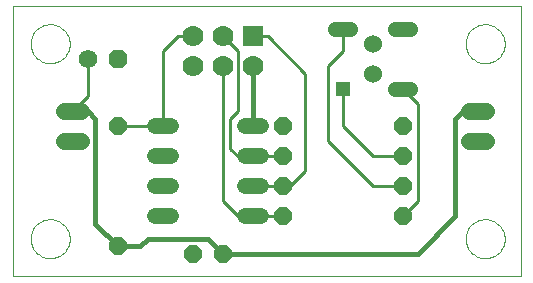
<source format=gtl>
G75*
G70*
%OFA0B0*%
%FSLAX24Y24*%
%IPPOS*%
%LPD*%
%AMOC8*
5,1,8,0,0,1.08239X$1,22.5*
%
%ADD10C,0.0000*%
%ADD11C,0.0520*%
%ADD12C,0.0560*%
%ADD13R,0.0515X0.0515*%
%ADD14C,0.0515*%
%ADD15C,0.0600*%
%ADD16OC8,0.0620*%
%ADD17C,0.0620*%
%ADD18R,0.0700X0.0700*%
%ADD19C,0.0700*%
%ADD20OC8,0.0600*%
%ADD21C,0.0100*%
%ADD22C,0.0160*%
D10*
X000151Y000153D02*
X000153Y009149D01*
X017086Y009149D01*
X017086Y000153D01*
X000151Y000153D01*
X000751Y001401D02*
X000753Y001451D01*
X000759Y001501D01*
X000769Y001551D01*
X000782Y001599D01*
X000799Y001647D01*
X000820Y001693D01*
X000844Y001737D01*
X000872Y001779D01*
X000903Y001819D01*
X000937Y001856D01*
X000974Y001891D01*
X001013Y001922D01*
X001054Y001951D01*
X001098Y001976D01*
X001144Y001998D01*
X001191Y002016D01*
X001239Y002030D01*
X001288Y002041D01*
X001338Y002048D01*
X001388Y002051D01*
X001439Y002050D01*
X001489Y002045D01*
X001539Y002036D01*
X001587Y002024D01*
X001635Y002007D01*
X001681Y001987D01*
X001726Y001964D01*
X001769Y001937D01*
X001809Y001907D01*
X001847Y001874D01*
X001882Y001838D01*
X001915Y001799D01*
X001944Y001758D01*
X001970Y001715D01*
X001993Y001670D01*
X002012Y001623D01*
X002027Y001575D01*
X002039Y001526D01*
X002047Y001476D01*
X002051Y001426D01*
X002051Y001376D01*
X002047Y001326D01*
X002039Y001276D01*
X002027Y001227D01*
X002012Y001179D01*
X001993Y001132D01*
X001970Y001087D01*
X001944Y001044D01*
X001915Y001003D01*
X001882Y000964D01*
X001847Y000928D01*
X001809Y000895D01*
X001769Y000865D01*
X001726Y000838D01*
X001681Y000815D01*
X001635Y000795D01*
X001587Y000778D01*
X001539Y000766D01*
X001489Y000757D01*
X001439Y000752D01*
X001388Y000751D01*
X001338Y000754D01*
X001288Y000761D01*
X001239Y000772D01*
X001191Y000786D01*
X001144Y000804D01*
X001098Y000826D01*
X001054Y000851D01*
X001013Y000880D01*
X000974Y000911D01*
X000937Y000946D01*
X000903Y000983D01*
X000872Y001023D01*
X000844Y001065D01*
X000820Y001109D01*
X000799Y001155D01*
X000782Y001203D01*
X000769Y001251D01*
X000759Y001301D01*
X000753Y001351D01*
X000751Y001401D01*
X000751Y007901D02*
X000753Y007951D01*
X000759Y008001D01*
X000769Y008051D01*
X000782Y008099D01*
X000799Y008147D01*
X000820Y008193D01*
X000844Y008237D01*
X000872Y008279D01*
X000903Y008319D01*
X000937Y008356D01*
X000974Y008391D01*
X001013Y008422D01*
X001054Y008451D01*
X001098Y008476D01*
X001144Y008498D01*
X001191Y008516D01*
X001239Y008530D01*
X001288Y008541D01*
X001338Y008548D01*
X001388Y008551D01*
X001439Y008550D01*
X001489Y008545D01*
X001539Y008536D01*
X001587Y008524D01*
X001635Y008507D01*
X001681Y008487D01*
X001726Y008464D01*
X001769Y008437D01*
X001809Y008407D01*
X001847Y008374D01*
X001882Y008338D01*
X001915Y008299D01*
X001944Y008258D01*
X001970Y008215D01*
X001993Y008170D01*
X002012Y008123D01*
X002027Y008075D01*
X002039Y008026D01*
X002047Y007976D01*
X002051Y007926D01*
X002051Y007876D01*
X002047Y007826D01*
X002039Y007776D01*
X002027Y007727D01*
X002012Y007679D01*
X001993Y007632D01*
X001970Y007587D01*
X001944Y007544D01*
X001915Y007503D01*
X001882Y007464D01*
X001847Y007428D01*
X001809Y007395D01*
X001769Y007365D01*
X001726Y007338D01*
X001681Y007315D01*
X001635Y007295D01*
X001587Y007278D01*
X001539Y007266D01*
X001489Y007257D01*
X001439Y007252D01*
X001388Y007251D01*
X001338Y007254D01*
X001288Y007261D01*
X001239Y007272D01*
X001191Y007286D01*
X001144Y007304D01*
X001098Y007326D01*
X001054Y007351D01*
X001013Y007380D01*
X000974Y007411D01*
X000937Y007446D01*
X000903Y007483D01*
X000872Y007523D01*
X000844Y007565D01*
X000820Y007609D01*
X000799Y007655D01*
X000782Y007703D01*
X000769Y007751D01*
X000759Y007801D01*
X000753Y007851D01*
X000751Y007901D01*
X015251Y007901D02*
X015253Y007951D01*
X015259Y008001D01*
X015269Y008051D01*
X015282Y008099D01*
X015299Y008147D01*
X015320Y008193D01*
X015344Y008237D01*
X015372Y008279D01*
X015403Y008319D01*
X015437Y008356D01*
X015474Y008391D01*
X015513Y008422D01*
X015554Y008451D01*
X015598Y008476D01*
X015644Y008498D01*
X015691Y008516D01*
X015739Y008530D01*
X015788Y008541D01*
X015838Y008548D01*
X015888Y008551D01*
X015939Y008550D01*
X015989Y008545D01*
X016039Y008536D01*
X016087Y008524D01*
X016135Y008507D01*
X016181Y008487D01*
X016226Y008464D01*
X016269Y008437D01*
X016309Y008407D01*
X016347Y008374D01*
X016382Y008338D01*
X016415Y008299D01*
X016444Y008258D01*
X016470Y008215D01*
X016493Y008170D01*
X016512Y008123D01*
X016527Y008075D01*
X016539Y008026D01*
X016547Y007976D01*
X016551Y007926D01*
X016551Y007876D01*
X016547Y007826D01*
X016539Y007776D01*
X016527Y007727D01*
X016512Y007679D01*
X016493Y007632D01*
X016470Y007587D01*
X016444Y007544D01*
X016415Y007503D01*
X016382Y007464D01*
X016347Y007428D01*
X016309Y007395D01*
X016269Y007365D01*
X016226Y007338D01*
X016181Y007315D01*
X016135Y007295D01*
X016087Y007278D01*
X016039Y007266D01*
X015989Y007257D01*
X015939Y007252D01*
X015888Y007251D01*
X015838Y007254D01*
X015788Y007261D01*
X015739Y007272D01*
X015691Y007286D01*
X015644Y007304D01*
X015598Y007326D01*
X015554Y007351D01*
X015513Y007380D01*
X015474Y007411D01*
X015437Y007446D01*
X015403Y007483D01*
X015372Y007523D01*
X015344Y007565D01*
X015320Y007609D01*
X015299Y007655D01*
X015282Y007703D01*
X015269Y007751D01*
X015259Y007801D01*
X015253Y007851D01*
X015251Y007901D01*
X015251Y001401D02*
X015253Y001451D01*
X015259Y001501D01*
X015269Y001551D01*
X015282Y001599D01*
X015299Y001647D01*
X015320Y001693D01*
X015344Y001737D01*
X015372Y001779D01*
X015403Y001819D01*
X015437Y001856D01*
X015474Y001891D01*
X015513Y001922D01*
X015554Y001951D01*
X015598Y001976D01*
X015644Y001998D01*
X015691Y002016D01*
X015739Y002030D01*
X015788Y002041D01*
X015838Y002048D01*
X015888Y002051D01*
X015939Y002050D01*
X015989Y002045D01*
X016039Y002036D01*
X016087Y002024D01*
X016135Y002007D01*
X016181Y001987D01*
X016226Y001964D01*
X016269Y001937D01*
X016309Y001907D01*
X016347Y001874D01*
X016382Y001838D01*
X016415Y001799D01*
X016444Y001758D01*
X016470Y001715D01*
X016493Y001670D01*
X016512Y001623D01*
X016527Y001575D01*
X016539Y001526D01*
X016547Y001476D01*
X016551Y001426D01*
X016551Y001376D01*
X016547Y001326D01*
X016539Y001276D01*
X016527Y001227D01*
X016512Y001179D01*
X016493Y001132D01*
X016470Y001087D01*
X016444Y001044D01*
X016415Y001003D01*
X016382Y000964D01*
X016347Y000928D01*
X016309Y000895D01*
X016269Y000865D01*
X016226Y000838D01*
X016181Y000815D01*
X016135Y000795D01*
X016087Y000778D01*
X016039Y000766D01*
X015989Y000757D01*
X015939Y000752D01*
X015888Y000751D01*
X015838Y000754D01*
X015788Y000761D01*
X015739Y000772D01*
X015691Y000786D01*
X015644Y000804D01*
X015598Y000826D01*
X015554Y000851D01*
X015513Y000880D01*
X015474Y000911D01*
X015437Y000946D01*
X015403Y000983D01*
X015372Y001023D01*
X015344Y001065D01*
X015320Y001109D01*
X015299Y001155D01*
X015282Y001203D01*
X015269Y001251D01*
X015259Y001301D01*
X015253Y001351D01*
X015251Y001401D01*
D11*
X008411Y002151D02*
X007891Y002151D01*
X007891Y003151D02*
X008411Y003151D01*
X008411Y004151D02*
X007891Y004151D01*
X007891Y005151D02*
X008411Y005151D01*
X005411Y005151D02*
X004891Y005151D01*
X004891Y004151D02*
X005411Y004151D01*
X005411Y003151D02*
X004891Y003151D01*
X004891Y002151D02*
X005411Y002151D01*
D12*
X002431Y004651D02*
X001871Y004651D01*
X001871Y005651D02*
X002431Y005651D01*
X015371Y005651D02*
X015931Y005651D01*
X015931Y004651D02*
X015371Y004651D01*
D13*
X011151Y006401D03*
D14*
X012894Y006401D02*
X013409Y006401D01*
X013409Y008401D02*
X012894Y008401D01*
X011409Y008401D02*
X010894Y008401D01*
D15*
X012151Y007901D03*
X012151Y006901D03*
D16*
X003651Y007401D03*
D17*
X002651Y007401D03*
D18*
X008151Y008151D03*
D19*
X007151Y008151D03*
X006151Y008151D03*
X006151Y007151D03*
X007151Y007151D03*
X008151Y007151D03*
D20*
X009151Y005151D03*
X009151Y004151D03*
X009151Y003151D03*
X009151Y002151D03*
X007151Y000901D03*
X006151Y000901D03*
X003651Y001151D03*
X003651Y005151D03*
X013151Y005151D03*
X013151Y004151D03*
X013151Y003151D03*
X013151Y002151D03*
D21*
X013651Y002651D01*
X013651Y005901D01*
X013151Y006401D01*
X011151Y006401D02*
X011151Y005151D01*
X012151Y004151D01*
X013151Y004151D01*
X013151Y003151D02*
X012151Y003151D01*
X010651Y004651D01*
X010651Y007151D01*
X011151Y007651D01*
X011151Y008401D01*
X009901Y006901D02*
X008651Y008151D01*
X008151Y008151D01*
X007651Y007651D02*
X007651Y005651D01*
X007401Y005401D01*
X007401Y004401D01*
X007651Y004151D01*
X008151Y004151D01*
X009151Y004151D01*
X009901Y003651D02*
X009401Y003151D01*
X009151Y003151D01*
X008151Y003151D01*
X007651Y002151D02*
X007151Y002651D01*
X007151Y007151D01*
X007651Y007651D02*
X007151Y008151D01*
X006151Y008151D02*
X005651Y008151D01*
X005151Y007651D01*
X005151Y005151D01*
X003651Y005151D01*
X002651Y006151D02*
X002151Y005651D01*
X002651Y006151D02*
X002651Y007401D01*
X009901Y006901D02*
X009901Y003651D01*
X009151Y002151D02*
X008151Y002151D01*
X007651Y002151D01*
D22*
X006651Y001401D02*
X007151Y000901D01*
X013651Y000901D01*
X014901Y002151D01*
X014901Y005401D01*
X015151Y005651D01*
X015651Y005651D01*
X008151Y005151D02*
X008151Y007151D01*
X002901Y005401D02*
X002901Y001901D01*
X003651Y001151D01*
X004401Y001151D01*
X004651Y001401D01*
X006651Y001401D01*
X002901Y005401D02*
X002651Y005651D01*
X002151Y005651D01*
M02*

</source>
